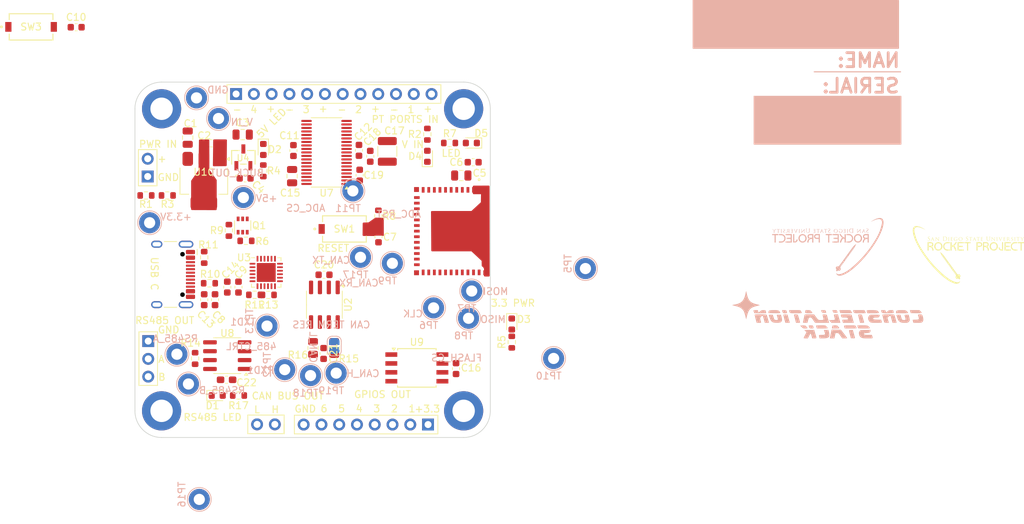
<source format=kicad_pcb>
(kicad_pcb (version 20240108) (generator "pcbnew") (generator_version "8.0")
  (layers (0 "F.Cu" signal) (1 "In1.Cu" power) (2 "In2.Cu" power) (31 "B.Cu" signal) (34 "B.Paste" user) (35 "F.Paste" user) (36 "B.SilkS" user "B.Silkscreen") (37 "F.SilkS" user "F.Silkscreen") (38 "B.Mask" user) (39 "F.Mask" user) (44 "Edge.Cuts" user))
  (net 0 "")
  (net 1 "GND")
  (net 2 "+3.3V")
  (net 3 "RESET")
  (net 4 "VBUS")
  (net 5 "/3.45V")
  (net 6 "+5V")
  (net 7 "V IN")
  (net 8 "Net-(U7-REFCAP)")
  (net 9 "Net-(U7-REFIO)")
  (net 10 "Net-(D1-A)")
  (net 11 "Net-(D2-A)")
  (net 12 "Net-(D3-A)")
  (net 13 "Net-(D4-A)")
  (net 14 "Net-(J2-CC1)")
  (net 15 "D+")
  (net 16 "D-")
  (net 18 "Net-(J2-CC2)")
  (net 20 "B")
  (net 21 "A")
  (net 22 "AN_IN_0")
  (net 23 "AN_IN_1")
  (net 24 "AN_IN_2")
  (net 25 "AN_IN_3")
  (net 26 "GPIO_0")
  (net 27 "CAN_H")
  (net 28 "CAN_L")
  (net 29 "DTR")
  (net 30 "Net-(Q1A-B1)")
  (net 31 "RTS")
  (net 32 "Net-(Q1B-B2)")
  (net 33 "Net-(U3-VBUS)")
  (net 34 "Net-(SW2-B)")
  (net 35 "485_CONTROL")
  (net 36 "V_BATT")
  (net 37 "LED_OUT")
  (net 38 "CLK")
  (net 39 "MOSI")
  (net 40 "MISO")
  (net 41 "ADC_CS")
  (net 42 "FLASH_CS")
  (net 43 "ADC_RST")
  (net 44 "RXD1")
  (net 45 "TXD1")
  (net 46 "CAN_TX")
  (net 47 "CAN_RX")
  (net 54 "RXD0")
  (net 55 "TXD0")
  (net 80 "GPIO_OUT_0")
  (net 81 "GPIO_OUT_1")
  (net 82 "GPIO_OUT_2")
  (net 83 "GPIO_OUT_3")
  (net 84 "GPIO_OUT_4")
  (net 85 "GPIO_OUT_5")
  (net 88 "Net-(C21-Pad2)")
  (net 89 "Net-(D5-A)")
  (footprint "Resistor_SMD:R_0603_1608Metric" (layer "F.Cu") (at 79.27 62.56125 90)
    (property "Reference" "R5" (at 0 -1.43 90) (layer "F.SilkS"))
    (property "Value" "65")
    (pad "1" smd roundrect (at -0.825 0 90) (size 0.8 0.95) (layers "F.Cu" "F.Paste" "F.Mask") (net 2 "+3.3V"))
    (pad "2" smd roundrect (at 0.825 0 90) (size 0.8 0.95) (layers "F.Cu" "F.Paste" "F.Mask") (net 12 "Net-(D3-A)"))
  )
  (footprint "Capacitor_SMD:C_0603_1608Metric" (layer "F.Cu") (at 38.6 54.7 -90)
    (property "Reference" "C14" (at -2.45 -0.45 -135) (layer "F.SilkS"))
    (property "Value" "0.1uf")
    (pad "1" smd roundrect (at -0.775 0 270) (size 0.9 0.95) (layers "F.Cu" "F.Paste" "F.Mask") (net 5 "/3.45V"))
    (pad "2" smd roundrect (at 0.775 0 270) (size 0.9 0.95) (layers "F.Cu" "F.Paste" "F.Mask") (net 1 "GND"))
  )
  (footprint "Resistor_SMD:R_0603_1608Metric" (layer "F.Cu") (at 41.27 48.09 180)
    (property "Reference" "R6" (at -2.33 -0.06 360) (layer "F.SilkS"))
    (property "Value" "10k")
    (pad "1" smd roundrect (at -0.825 0 180) (size 0.8 0.95) (layers "F.Cu" "F.Paste" "F.Mask") (net 31 "RTS"))
    (pad "2" smd roundrect (at 0.825 0 180) (size 0.8 0.95) (layers "F.Cu" "F.Paste" "F.Mask") (net 30 "Net-(Q1A-B1)"))
  )
  (footprint "Package_SO:SOIC-8_3.9x4.9mm_P1.27mm" (layer "F.Cu") (at 52.48 57.22 -90)
    (property "Reference" "U2" (at 0 -3.4 -90) (layer "F.SilkS"))
    (property "Value" "TJA1050T_CM_118")
    (pad "1" smd roundrect (at -2.475 -1.905 270) (size 1.95 0.6) (layers "F.Cu" "F.Paste" "F.Mask") (net 46 "CAN_TX"))
    (pad "2" smd roundrect (at -2.475 -0.635 270) (size 1.95 0.6) (layers "F.Cu" "F.Paste" "F.Mask") (net 1 "GND"))
    (pad "3" smd roundrect (at -2.475 0.635 270) (size 1.95 0.6) (layers "F.Cu" "F.Paste" "F.Mask") (net 6 "+5V"))
    (pad "4" smd roundrect (at -2.475 1.905 270) (size 1.95 0.6) (layers "F.Cu" "F.Paste" "F.Mask") (net 47 "CAN_RX"))
    (pad "5" smd roundrect (at 2.475 1.905 270) (size 1.95 0.6) (layers "F.Cu" "F.Paste" "F.Mask") (net 6 "+5V"))
    (pad "6" smd roundrect (at 2.475 0.635 270) (size 1.95 0.6) (layers "F.Cu" "F.Paste" "F.Mask") (net 28 "CAN_L"))
    (pad "7" smd roundrect (at 2.475 -0.635 270) (size 1.95 0.6) (layers "F.Cu" "F.Paste" "F.Mask") (net 27 "CAN_H"))
    (pad "8" smd roundrect (at 2.475 -1.905 270) (size 1.95 0.6) (layers "F.Cu" "F.Paste" "F.Mask") (net 1 "GND"))
  )
  (footprint "Capacitor_SMD:C_1210_3225Metric" (layer "F.Cu") (at 61.475 35.3 -90)
    (property "Reference" "C17" (at -2.95 -1.025 0) (layer "F.SilkS"))
    (property "Value" "22uF")
    (pad "1" smd roundrect (at -1.475 0 270) (size 1.15 2.7) (layers "F.Cu" "F.Paste" "F.Mask") (roundrect_rratio 0.2173913043) (net 1 "GND"))
    (pad "2" smd roundrect (at 1.475 0 270) (size 1.15 2.7) (layers "F.Cu" "F.Paste" "F.Mask") (roundrect_rratio 0.2173913043) (net 8 "Net-(U7-REFCAP)"))
  )
  (footprint "Capacitor_SMD:C_0603_1608Metric" (layer "F.Cu") (at 36.85 56.5 -90)
    (property "Reference" "C8" (at 2.5 -0.5 135) (layer "F.SilkS"))
    (property "Value" "4.7uf")
    (pad "1" smd roundrect (at -0.775 0 270) (size 0.9 0.95) (layers "F.Cu" "F.Paste" "F.Mask") (net 4 "VBUS"))
    (pad "2" smd roundrect (at 0.775 0 270) (size 0.9 0.95) (layers "F.Cu" "F.Paste" "F.Mask") (net 1 "GND"))
  )
  (footprint "Resistor_SMD:R_0603_1608Metric" (layer "F.Cu") (at 38.83 46.59 90)
    (property "Reference" "R9" (at -0.01 -1.73 180) (layer "F.SilkS"))
    (property "Value" "10k")
    (pad "1" smd roundrect (at -0.825 0 90) (size 0.8 0.95) (layers "F.Cu" "F.Paste" "F.Mask") (net 29 "DTR"))
    (pad "2" smd roundrect (at 0.825 0 90) (size 0.8 0.95) (layers "F.Cu" "F.Paste" "F.Mask") (net 32 "Net-(Q1B-B2)"))
  )
  (footprint "Resistor_SMD:R_0805_2012Metric" (layer "F.Cu") (at 53.88 63.405 -90)
    (property "Reference" "R15" (at 1.535 -2.09 180) (layer "F.SilkS"))
    (property "Value" "60")
    (pad "1" smd roundrect (at -0.9125 0 270) (size 1.025 1.4) (layers "F.Cu" "F.Paste" "F.Mask") (roundrect_rratio 0.243902439) (net 34 "Net-(SW2-B)"))
    (pad "2" smd roundrect (at 0.9125 0 270) (size 1.025 1.4) (layers "F.Cu" "F.Paste" "F.Mask") (roundrect_rratio 0.243902439) (net 88 "Net-(C21-Pad2)"))
  )
  (footprint "Resistor_SMD:R_0603_1608Metric" (layer "F.Cu") (at 67.2 32.85 -90)
    (property "Reference" "R2" (at 0 1.8 0) (layer "F.SilkS"))
    (property "Value" "530")
    (pad "1" smd roundrect (at -0.825 0 270) (size 0.8 0.95) (layers "F.Cu" "F.Paste" "F.Mask") (net 7 "V IN"))
    (pad "2" smd roundrect (at 0.825 0 270) (size 0.8 0.95) (layers "F.Cu" "F.Paste" "F.Mask") (net 13 "Net-(D4-A)"))
  )
  (footprint "Package_SO:TSSOP-38_4.4x9.7mm_P0.5mm" (layer "F.Cu") (at 52.7875 35.45 180)
    (property "Reference" "U7" (at 0 -5.8 180) (layer "F.SilkS"))
    (property "Value" "ADS8684")
    (pad "1" smd roundrect (at -2.8625 -4.5 180) (size 1.475 0.3) (layers "F.Cu" "F.Paste" "F.Mask") (net 39 "MOSI"))
    (pad "2" smd roundrect (at -2.8625 -4 180) (size 1.475 0.3) (layers "F.Cu" "F.Paste" "F.Mask") (net 43 "ADC_RST"))
    (pad "3" smd roundrect (at -2.8625 -3.5 180) (size 1.475 0.3) (layers "F.Cu" "F.Paste" "F.Mask") (net 1 "GND"))
    (pad "4" smd roundrect (at -2.8625 -3 180) (size 1.475 0.3) (layers "F.Cu" "F.Paste" "F.Mask") (net 1 "GND"))
    (pad "5" smd roundrect (at -2.8625 -2.5 180) (size 1.475 0.3) (layers "F.Cu" "F.Paste" "F.Mask") (net 9 "Net-(U7-REFIO)"))
    (pad "6" smd roundrect (at -2.8625 -2 180) (size 1.475 0.3) (layers "F.Cu" "F.Paste" "F.Mask") (net 1 "GND"))
    (pad "7" smd roundrect (at -2.8625 -1.5 180) (size 1.475 0.3) (layers "F.Cu" "F.Paste" "F.Mask") (net 8 "Net-(U7-REFCAP)"))
    (pad "8" smd roundrect (at -2.8625 -1 180) (size 1.475 0.3) (layers "F.Cu" "F.Paste" "F.Mask") (net 1 "GND"))
    (pad "9" smd roundrect (at -2.8625 -0.5 180) (size 1.475 0.3) (layers "F.Cu" "F.Paste" "F.Mask") (net 6 "+5V"))
    (pad "10" smd roundrect (at -2.8625 0 180) (size 1.475 0.3) (layers "F.Cu" "F.Paste" "F.Mask"))
    (pad "11" smd roundrect (at -2.8625 0.5 180) (size 1.475 0.3) (layers "F.Cu" "F.Paste" "F.Mask") (net 1 "GND"))
    (pad "12" smd roundrect (at -2.8625 1 180) (size 1.475 0.3) (layers "F.Cu" "F.Paste" "F.Mask"))
    (pad "13" smd roundrect (at -2.8625 1.5 180) (size 1.475 0.3) (layers "F.Cu" "F.Paste" "F.Mask"))
    (pad "14" smd roundrect (at -2.8625 2 180) (size 1.475 0.3) (layers "F.Cu" "F.Paste" "F.Mask"))
    (pad "15" smd roundrect (at -2.8625 2.5 180) (size 1.475 0.3) (layers "F.Cu" "F.Paste" "F.Mask"))
    (pad "16" smd roundrect (at -2.8625 3 180) (size 1.475 0.3) (layers "F.Cu" "F.Paste" "F.Mask") (net 22 "AN_IN_0"))
    (pad "17" smd roundrect (at -2.8625 3.5 180) (size 1.475 0.3) (layers "F.Cu" "F.Paste" "F.Mask") (net 1 "GND"))
    (pad "18" smd roundrect (at -2.8625 4 180) (size 1.475 0.3) (layers "F.Cu" "F.Paste" "F.Mask") (net 23 "AN_IN_1"))
    (pad "19" smd roundrect (at -2.8625 4.5 180) (size 1.475 0.3) (layers "F.Cu" "F.Paste" "F.Mask") (net 1 "GND"))
    (pad "20" smd roundrect (at 2.8625 4.5 180) (size 1.475 0.3) (layers "F.Cu" "F.Paste" "F.Mask") (net 1 "GND"))
    (pad "21" smd roundrect (at 2.8625 4 180) (size 1.475 0.3) (layers "F.Cu" "F.Paste" "F.Mask") (net 24 "AN_IN_2"))
    (pad "22" smd roundrect (at 2.8625 3.5 180) (size 1.475 0.3) (layers "F.Cu" "F.Paste" "F.Mask") (net 1 "GND"))
    (pad "23" smd roundrect (at 2.8625 3 180) (size 1.475 0.3) (layers "F.Cu" "F.Paste" "F.Mask") (net 25 "AN_IN_3"))
    (pad "24" smd roundrect (at 2.8625 2.5 180) (size 1.475 0.3) (layers "F.Cu" "F.Paste" "F.Mask"))
    (pad "25" smd roundrect (at 2.8625 2 180) (size 1.475 0.3) (layers "F.Cu" "F.Paste" "F.Mask"))
    (pad "26" smd roundrect (at 2.8625 1.5 180) (size 1.475 0.3) (layers "F.Cu" "F.Paste" "F.Mask"))
    (pad "27" smd roundrect (at 2.8625 1 180) (size 1.475 0.3) (layers "F.Cu" "F.Paste" "F.Mask"))
    (pad "28" smd roundrect (at 2.8625 0.5 180) (size 1.475 0.3) (layers "F.Cu" "F.Paste" "F.Mask") (net 1 "GND"))
    (pad "29" smd roundrect (at 2.8625 0 180) (size 1.475 0.3) (layers "F.Cu" "F.Paste" "F.Mask") (net 1 "GND"))
    (pad "30" smd roundrect (at 2.8625 -0.5 180) (size 1.475 0.3) (layers "F.Cu" "F.Paste" "F.Mask") (net 6 "+5V"))
    (pad "31" smd roundrect (at 2.8625 -1 180) (size 1.475 0.3) (layers "F.Cu" "F.Paste" "F.Mask") (net 1 "GND"))
    (pad "32" smd roundrect (at 2.8625 -1.5 180) (size 1.475 0.3) (layers "F.Cu" "F.Paste" "F.Mask") (net 1 "GND"))
    (pad "33" smd roundrect (at 2.8625 -2 180) (size 1.475 0.3) (layers "F.Cu" "F.Paste" "F.Mask") (net 1 "GND"))
    (pad "34" smd roundrect (at 2.8625 -2.5 180) (size 1.475 0.3) (layers "F.Cu" "F.Paste" "F.Mask") (net 2 "+3.3V"))
    (pad "35" smd roundrect (at 2.8625 -3 180) (size 1.475 0.3) (layers "F.Cu" "F.Paste" "F.Mask"))
    (pad "36" smd roundrect (at 2.8625 -3.5 180) (size 1.475 0.3) (layers "F.Cu" "F.Paste" "F.Mask") (net 40 "MISO"))
    (pad "37" smd roundrect (at 2.8625 -4 180) (size 1.475 0.3) (layers "F.Cu" "F.Paste" "F.Mask") (net 38 "CLK"))
    (pad "38" smd roundrect (at 2.8625 -4.5 180) (size 1.475 0.3) (layers "F.Cu" "F.Paste" "F.Mask") (net 41 "ADC_CS"))
  )
  (footprint "LED_SMD:LED_0603_1608Metric" (layer "F.Cu") (at 67.2 36 90)
    (property "Reference" "D4" (at 0 -1.75 180) (layer "F.SilkS"))
    (property "Value" "RED")
    (pad "1" smd roundrect (at -0.7875 0 90) (size 0.875 0.95) (layers "F.Cu" "F.Paste" "F.Mask") (net 1 "GND"))
    (pad "2" smd roundrect (at 0.7875 0 90) (size 0.875 0.95) (layers "F.Cu" "F.Paste" "F.Mask") (net 13 "Net-(D4-A)"))
  )
  (footprint "Capacitor_SMD:C_0603_1608Metric" (layer "F.Cu") (at 59.0375 36 -90)
    (property "Reference" "C18" (at -2.75 -0.2875 -135) (layer "F.SilkS"))
    (property "Value" "1uF")
    (pad "1" smd roundrect (at -0.775 0 270) (size 0.9 0.95) (layers "F.Cu" "F.Paste" "F.Mask") (net 1 "GND"))
    (pad "2" smd roundrect (at 0.775 0 270) (size 0.9 0.95) (layers "F.Cu" "F.Paste" "F.Mask") (net 8 "Net-(U7-REFCAP)"))
  )
  (footprint "Resistor_SMD:R_0603_1608Metric" (layer "F.Cu") (at 34 64.9 90)
    (property "Reference" "R14" (at 2.2 -0.65 0) (layer "F.SilkS"))
    (property "Value" "120")
    (pad "1" smd roundrect (at -0.825 0 90) (size 0.8 0.95) (layers "F.Cu" "F.Paste" "F.Mask") (net 20 "B"))
    (pad "2" smd roundrect (at 0.825 0 90) (size 0.8 0.95) (layers "F.Cu" "F.Paste" "F.Mask") (net 21 "A"))
  )
  (footprint "Resistor_SMD:R_0603_1608Metric" (layer "F.Cu") (at 42.510001 55.8075 180)
    (property "Reference" "R12" (at 0 -1.43 180) (layer "F.SilkS"))
    (property "Value" "22.1k")
    (pad "1" smd roundrect (at -0.825 0 180) (size 0.8 0.95) (layers "F.Cu" "F.Paste" "F.Mask") (net 33 "Net-(U3-VBUS)"))
    (pad "2" smd roundrect (at 0.825 0 180) (size 0.8 0.95) (layers "F.Cu" "F.Paste" "F.Mask") (net 4 "VBUS"))
  )
  (footprint "Package_DFN_QFN:QFN-24-1EP_4x4mm_P0.5mm_EP2.7x2.7mm" (layer "F.Cu") (at 44.17 52.61)
    (property "Reference" "U3" (at -3.18 -2.12 0) (layer "F.SilkS"))
    (property "Value" "CP2102N-Axx-xQFN24")
    (pad "1" smd roundrect (at -1.9625 -1.25) (size 0.825 0.25) (layers "F.Cu" "F.Paste" "F.Mask"))
    (pad "2" smd roundrect (at -1.9625 -0.75) (size 0.825 0.25) (layers "F.Cu" "F.Paste" "F.Mask") (net 1 "GND"))
    (pad "3" smd roundrect (at -1.9625 -0.25) (size 0.825 0.25) (layers "F.Cu" "F.Paste" "F.Mask") (net 15 "D+"))
    (pad "4" smd roundrect (at -1.9625 0.25) (size 0.825 0.25) (layers "F.Cu" "F.Paste" "F.Mask") (net 16 "D-"))
    (pad "5" smd roundrect (at -1.9625 0.75) (size 0.825 0.25) (layers "F.Cu" "F.Paste" "F.Mask") (net 5 "/3.45V"))
    (pad "6" smd roundrect (at -1.9625 1.25) (size 0.825 0.25) (layers "F.Cu" "F.Paste" "F.Mask") (net 5 "/3.45V"))
    (pad "7" smd roundrect (at -1.25 1.9625) (size 0.25 0.825) (layers "F.Cu" "F.Paste" "F.Mask") (net 4 "VBUS"))
    (pad "8" smd roundrect (at -0.75 1.9625) (size 0.25 0.825) (layers "F.Cu" "F.Paste" "F.Mask") (net 33 "Net-(U3-VBUS)"))
    (pad "9" smd roundrect (at -0.25 1.9625) (size 0.25 0.825) (layers "F.Cu" "F.Paste" "F.Mask"))
    (pad "10" smd roundrect (at 0.25 1.9625) (size 0.25 0.825) (layers "F.Cu" "F.Paste" "F.Mask"))
    (pad "11" smd roundrect (at 0.75 1.9625) (size 0.25 0.825) (layers "F.Cu" "F.Paste" "F.Mask"))
    (pad "12" smd roundrect (at 1.25 1.9625) (size 0.25 0.825) (layers "F.Cu" "F.Paste" "F.Mask"))
    (pad "13" smd roundrect (at 1.9625 1.25) (size 0.825 0.25) (layers "F.Cu" "F.Paste" "F.Mask"))
    (pad "14" smd roundrect (at 1.9625 0.75) (size 0.825 0.25) (layers "F.Cu" "F.Paste" "F.Mask"))
    (pad "15" smd roundrect (at 1.9625 0.25) (size 0.825 0.25) (layers "F.Cu" "F.Paste" "F.Mask"))
    (pad "16" smd roundrect (at 1.9625 -0.25) (size 0.825 0.25) (layers "F.Cu" "F.Paste" "F.Mask"))
    (pad "17" smd roundrect (at 1.9625 -0.75) (size 0.825 0.25) (layers "F.Cu" "F.Paste" "F.Mask"))
    (pad "18" smd roundrect (at 1.9625 -1.25) (size 0.825 0.25) (layers "F.Cu" "F.Paste" "F.Mask"))
    (pad "19" smd roundrect (at 1.25 -1.9625) (size 0.25 0.825) (layers "F.Cu" "F.Paste" "F.Mask") (net 31 "RTS"))
    (pad "20" smd roundrect (at 0.75 -1.9625) (size 0.25 0.825) (layers "F.Cu" "F.Paste" "F.Mask") (net 54 "RXD0"))
    (pad "21" smd roundrect (at 0.25 -1.9625) (size 0.25 0.825) (layers "F.Cu" "F.Paste" "F.Mask") (net 55 "TXD0"))
    (pad "22" smd roundrect (at -0.25 -1.9625) (size 0.25 0.825) (layers "F.Cu" "F.Paste" "F.Mask"))
    (pad "23" smd roundrect (at -0.75 -1.9625) (size 0.25 0.825) (layers "F.Cu" "F.Paste" "F.Mask") (net 29 "DTR"))
    (pad "24" smd roundrect (at -1.25 -1.9625) (size 0.25 0.825) (layers "F.Cu" "F.Paste" "F.Mask"))
    (pad "25" smd rect (at 0 0) (size 2.7 2.7) (layers "F.Cu" "F.Mask") (net 1 "GND"))
  )
  (footprint "Capacitor_SMD:C_0603_1608Metric" (layer "F.Cu") (at 60.215001 47.520318 -90)
    (property "Reference" "C7" (at 0.02 -1.630449 0) (layer "F.SilkS"))
    (property "Value" "1uF")
    (pad "1" smd roundrect (at -0.775 0 270) (size 0.9 0.95) (layers "F.Cu" "F.Paste" "F.Mask") (net 3 "RESET"))
    (pad "2" smd roundrect (at 0.775 0 270) (size 0.9 0.95) (layers "F.Cu" "F.Paste" "F.Mask") (net 1 "GND"))
  )
  (footprint "Resistor_SMD:R_0603_1608Metric" (layer "F.Cu") (at 60.2 44.55 -90)
    (property "Reference" "R8" (at 0 -1.55 0) (layer "F.SilkS"))
    (property "Value" "10k")
    (pad "1" smd roundrect (at -0.825 0 270) (size 0.8 0.95) (layers "F.Cu" "F.Paste" "F.Mask") (net 2 "+3.3V"))
    (pad "2" smd roundrect (at 0.825 0 270) (size 0.8 0.95) (layers "F.Cu" "F.Paste" "F.Mask") (net 3 "RESET"))
  )
  (footprint "Connector_PinSocket_2.54mm:PinSocket_1x02_P2.54mm_Vertical" (layer "F.Cu") (at 27.225 36.35)
    (property "Reference" "J1" (hide yes))
    (property "Value" "PWR_IN")
    (pad "1" thru_hole circle (at 0 0) (size 1.7 1.7) (drill 1) (layers "*.Cu" "*.Mask") (net 7 "V IN"))
    (pad "2" thru_hole rect (at 0 2.54) (size 1.7 1.7) (drill 1) (layers "*.Cu" "*.Mask") (net 1 "GND"))
  )
  (footprint "Capacitor_SMD:C_0603_1608Metric" (layer "F.Cu") (at 41.15 39.15 180)
    (property "Reference" "C4" (at -1.9 -1.25 -45) (layer "F.SilkS"))
    (property "Value" "2.2uF")
    (pad "1" smd roundrect (at -0.775 0 180) (size 0.9 0.95) (layers "F.Cu" "F.Paste" "F.Mask") (net 6 "+5V"))
    (pad "2" smd roundrect (at 0.775 0 180) (size 0.9 0.95) (layers "F.Cu" "F.Paste" "F.Mask") (net 1 "GND"))
  )
  (footprint "MountingHole:MountingHole_3.2mm_M3_DIN965_Pad" (layer "F.Cu") (at 29.21 29.21 90)
    (property "Reference" "H1" (hide yes))
    (property "Value" "MountingHole_Pad")
    (pad "1" thru_hole circle (at 0 0 90) (size 5.6 5.6) (drill 3.2) (layers "*.Cu" "*.Mask") (net 1 "GND"))
  )
  (footprint "Resistor_SMD:R_0805_2012Metric" (layer "F.Cu") (at 50.86 63.4075 90)
    (property "Reference" "R16" (at -0.9925 -2.17 0) (layer "F.SilkS"))
    (property "Value" "60")
    (pad "1" smd roundrect (at -0.9125 0 90) (size 1.025 1.4) (layers "F.Cu" "F.Paste" "F.Mask") (roundrect_rratio 0.243902439) (net 88 "Net-(C21-Pad2)"))
    (pad "2" smd roundrect (at 0.9125 0 90) (size 1.025 1.4) (layers "F.Cu" "F.Paste" "F.Mask") (roundrect_rratio 0.243902439) (net 28 "CAN_L"))
  )
  (footprint "Package_TO_SOT_SMD:SOT-223-3_TabPin2" (layer "F.Cu") (at 35.25 39.52 -90)
    (property "Reference" "U10" (at -1.27 0 180) (layer "F.SilkS"))
    (property "Value" "AZ1117-3.3")
    (pad "1" smd roundrect (at -3.15 -2.3 270) (size 2 1.5) (layers "F.Cu" "F.Paste" "F.Mask") (net 1 "GND"))
    (pad "2" smd roundrect (at -3.15 0 270) (size 2 1.5) (layers "F.Cu" "F.Paste" "F.Mask") (net 2 "+3.3V"))
    (pad "2" smd roundrect (at 3.15 0 270) (size 2 3.8) (layers "F.Cu" "F.Paste" "F.Mask") (net 2 "+3.3V"))
    (pad "3" smd roundrect (at -3.15 2.3 270) (size 2 1.5) (layers "F.Cu" "F.Paste" "F.Mask") (net 7 "V IN"))
  )
  (footprint "Resistor_SMD:R_0603_1608Metric" (layer "F.Cu") (at 26.975 41.6)
    (property "Reference" "R1" (at 0 1.25 0) (layer "F.SilkS"))
    (property "Value" "100k")
    (pad "1" smd roundrect (at -0.825 0) (size 0.8 0.95) (layers "F.Cu" "F.Paste" "F.Mask") (net 7 "V IN"))
    (pad "2" smd roundrect (at 0.825 0) (size 0.8 0.95) (layers "F.Cu" "F.Paste" "F.Mask") (net 36 "V_BATT"))
  )
  (footprint "Resistor_SMD:R_0603_1608Metric" (layer "F.Cu") (at 40.202499 70.2 180)
    (property "Reference" "R17" (at 0 -1.43 180) (layer "F.SilkS"))
    (property "Value" "5")
    (pad "1" smd roundrect (at -0.825 0 180) (size 0.8 0.95) (layers "F.Cu" "F.Paste" "F.Mask") (net 35 "485_CONTROL"))
    (pad "2" smd roundrect (at 0.825 0 180) (size 0.8 0.95) (layers "F.Cu" "F.Paste" "F.Mask") (net 10 "Net-(D1-A)"))
  )
  (footprint "LED_SMD:LED_0603_1608Metric" (layer "F.Cu") (at 43.75 35.025 -90)
    (property "Reference" "D2" (at 0 -1.65 180) (layer "F.SilkS"))
    (property "Value" "RED")
    (pad "1" smd roundrect (at -0.7875 0 270) (size 0.875 0.95) (layers "F.Cu" "F.Paste" "F.Mask") (net 1 "GND"))
    (pad "2" smd roundrect (at 0.7875 0 270) (size 0.875 0.95) (layers "F.Cu" "F.Paste" "F.Mask") (net 11 "Net-(D2-A)"))
  )
  (footprint "Capacitor_SMD:C_0603_1608Metric" (layer "F.Cu") (at 57.425 35.15 -90)
    (property "Reference" "C12" (at -2.65 -0.6 45) (layer "F.SilkS"))
    (property "Value" "1uF")
    (pad "1" smd roundrect (at -0.775 0 270) (size 0.9 0.95) (layers "F.Cu" "F.Paste" "F.Mask") (net 1 "GND"))
    (pad "2" smd roundrect (at 0.775 0 270) (size 0.9 0.95) (layers "F.Cu" "F.Paste" "F.Mask") (net 6 "+5V"))
  )
  (footprint "LED_SMD:LED_0603_1608Metric" (layer "F.Cu") (at 79.27 59.981251 -90)
    (property "Reference" "D3" (at -0.68 -1.73 180) (layer "F.SilkS"))
    (property "Value" "RED")
    (pad "1" smd roundrect (at -0.7875 0 270) (size 0.875 0.95) (layers "F.Cu" "F.Paste" "F.Mask") (net 1 "GND"))
    (pad "2" smd roundrect (at 0.7875 0 270) (size 0.875 0.95) (layers "F.Cu" "F.Paste" "F.Mask") (net 12 "Net-(D3-A)"))
  )
  (footprint "MountingHole:MountingHole_3.2mm_M3_DIN965_Pad" (layer "F.Cu") (at 29.21 72.39)
    (property "Reference" "H3" (hide yes))
    (property "Value" "MountingHole_Pad")
    (pad "1" thru_hole circle (at 0 0) (size 5.6 5.6) (drill 3.2) (layers "*.Cu" "*.Mask") (net 1 "GND"))
  )
  (footprint "Resistor_SMD:R_0603_1608Metric" (layer "F.Cu") (at 44.46 55.8175 180)
    (property "Reference" "R13" (at 0 -1.43 180) (layer "F.SilkS"))
    (property "Value" "47.5k")
    (pad "1" smd roundrect (at -0.825 0 180) (size 0.8 0.95) (layers "F.Cu" "F.Paste" "F.Mask") (net 1 "GND"))
    (pad "2" smd roundrect (at 0.825 0 180) (size 0.8 0.95) (layers "F.Cu" "F.Paste" "F.Mask") (net 33 "Net-(U3-VBUS)"))
  )
  (footprint "Connector_USB:USB_C_Receptacle_HCTL_HC-TYPE-C-16P-01A" (layer "F.Cu") (at 29.595 52.89 -90)
    (property "Reference" "J2" (hide yes))
    (property "Value" "USB_C_Receptacle_USB2.0")
    (pad "" np_thru_hole circle (at -2.89 -2.605 270) (size 0.65 0.65) (drill 0.65) (layers "*.Mask"))
    (pad "" np_thru_hole circle (at 2.89 -2.605 270) (size 0.65 0.65) (drill 0.65) (layers "*.Mask"))
    (pad "A1" smd roundrect (at -3.2 -3.745 270) (size 0.6 1.3) (layers "F.Cu" "F.Paste" "F.Mask") (net 1 "GND"))
    (pad "A4" smd roundrect (at -2.4 -3.745 270) (size 0.6 1.3) (layers "F.Cu" "F.Paste" "F.Mask") (net 4 "VBUS"))
    (pad "A5" smd roundrect (at -1.25 -3.745 270) (size 0.3 1.3) (layers "F.Cu" "F.Paste" "F.Mask") (net 14 "Net-(J2-CC1)"))
    (pad "A6" smd roundrect (at -0.25 -3.745 270) (size 0.3 1.3) (layers "F.Cu" "F.Paste" "F.Mask") (net 15 "D+"))
    (pad "A7" smd roundrect (at 0.25 -3.745 270) (size 0.3 1.3) (layers "F.Cu" "F.Paste" "F.Mask") (net 16 "D-"))
    (pad "A8" smd roundrect (at 1.25 -3.745 270) (size 0.3 1.3) (layers "F.Cu" "F.Paste" "F.Mask"))
    (pad "A9" smd roundrect (at 2.4 -3.745 270) (size 0.6 1.3) (layers "F.Cu" "F.Paste" "F.Mask") (net 4 "VBUS"))
    (pad "A12" smd roundrect (at 3.2 -3.745 270) (size 0.6 1.3) (layers "F.Cu" "F.Paste" "F.Mask") (net 1 "GND"))
    (pad "B1" smd roundrect (at 3.2 -3.745 270) (size 0.6 1.3) (layers "F.Cu" "F.Paste" "F.Mask") (net 1 "GND"))
    (pad "B4" smd roundrect (at 2.4 -3.745 270) (size 0.6 1.3) (layers "F.Cu" "F.Paste" "F.Mask") (net 4 "VBUS"))
    (pad "B5" smd roundrect (at 1.75 -3.745 270) (size 0.3 1.3) (layers "F.Cu" "F.Paste" "F.Mask") (net 18 "Net-(J2-CC2)"))
    (pad "B6" smd roundrect (at 0.75 -3.745 270) (size 0.3 1.3) (layers "F.Cu" "F.Paste" "F.Mask"))
    (pad "B7" smd roundrect (at -0.75 -3.745 270) (size 0.3 1.3) (layers "F.Cu" "F.Paste" "F.Mask"))
    (pad "B8" smd roundrect (at -1.75 -3.745 270) (size 0.3 1.3) (layers "F.Cu" "F.Paste" "F.Mask"))
    (pad "B9" smd roundrect (at -2.4 -3.745 270) (size 0.6 1.3) (layers "F.Cu" "F.Paste" "F.Mask") (net 4 "VBUS"))
    (pad "B12" smd roundrect (at -3.2 -3.745 270) (size 0.6 1.3) (layers "F.Cu" "F.Paste" "F.Mask") (net 1 "GND"))
    (pad "S1" thru_hole oval (at -4.32 -3.105 270) (size 1 2.1) (drill oval 0.6 1.7) (layers "*.Cu" "*.Mask") (net 1 "GND"))
    (pad "S1" thru_hole oval (at -4.32 1.075 270) (size 1 1.6) (drill oval 0.6 1.2) (layers "*.Cu" "*.Mask") (net 1 "GND"))
    (pad "S1" thru_hole oval (at 4.32 -3.105 270) (size 1 2.1) (drill oval 0.6 1.7) (layers "*.Cu" "*.Mask") (net 1 "GND"))
    (pad "S1" thru_hole oval (at 4.32 1.075 270) (size 1 1.6) (drill oval 0.6 1.2) (layers "*.Cu" "*.Mask") (net 1 "GND"))
  )
  (footprint "Capacitor_SMD:C_0603_1608Metric_Pad1.08x0.95mm_HandSolder" (layer "F.Cu") (at 38.5 67.95)
    (property "Reference" "C22" (at 2.85 0.4 360) (layer "F.SilkS"))
    (property "Value" "0.1uF")
    (pad "1" smd roundrect (at -0.862501 0) (size 1.075 0.95) (layers "F.Cu" "F.Paste" "F.Mask") (net 6 "+5V"))
    (pad "2" smd roundrect (at 0.862501 0) (size 1.075 0.95) (layers "F.Cu" "F.Paste" "F.Mask") (net 1 "GND"))
  )
  (footprint "MountingHole:MountingHole_3.2mm_M3_DIN965_Pad" (layer "F.Cu") (at 72.39 29.21)
    (property "Reference" "H2" (hide yes))
    (property "Value" "MountingHole_Pad")
    (pad "1" thru_hole circle (at 0 0) (size 5.6 5.6) (drill 3.2) (layers "*.Cu" "*.Mask") (net 1 "GND"))
  )
  (footprint "Capacitor_SMD:C_0603_1608Metric" (layer "F.Cu") (at 17 17.55)
    (property "Reference" "C10" (at 0 -1.43 0) (layer "F.SilkS"))
    (property "Value" "1uF")
    (pad "1" smd roundrect (at -0.775 0) (size 0.9 0.95) (layers "F.Cu" "F.Paste" "F.Mask") (net 26 "GPIO_0"))
    (pad "2" smd roundrect (at 0.775 0) (size 0.9 0.95) (layers "F.Cu" "F.Paste" "F.Mask") (net 1 "GND"))
  )
  (footprint "Package_SO:SOIC-8W_5.3x5.3mm_P1.27mm" (layer "F.Cu") (at 65.7 66.25)
    (property "Reference" "U9" (at 0 -3.68 0) (layer "F.SilkS"))
    (property "Value" "W25Q16JVSSIQ")
    (pad "1" smd rect (at -3.65 -1.905) (size 1.7 0.65) (layers "F.Cu" "F.Paste" "F.Mask") (net 42 "FLASH_CS"))
    (pad "2" smd rect (at -3.65 -0.635) (size 1.7 0.65) (layers "F.Cu" "F.Paste" "F.Mask") (net 40 "MISO"))
    (pad "3" smd rect (at -3.65 0.635) (size 1.7 0.65) (layers "F.Cu" "F.Paste" "F.Mask") (net 2 "+3.3V"))
    (pad "4" smd rect (at -3.65 1.905) (size 1.7 0.65) (layers "F.Cu" "F.Paste" "F.Mask") (net 1 "GND"))
    (pad "5" smd rect (at 3.65 1.905) (size 1.7 0.65) (layers "F.Cu" "F.Paste" "F.Mask") (net 39 "MOSI"))
    (pad "6" smd rect (at 3.65 0.635) (size 1.7 0.65) (layers "F.Cu" "F.Paste" "F.Mask") (net 38 "CLK"))
    (pad "7" smd rect (at 3.65 -0.635) (size 1.7 0.65) (layers "F.Cu" "F.Paste" "F.Mask") (net 2 "+3.3V"))
    (pad "8" smd rect (at 3.65 -1.905) (size 1.7 0.65) (layers "F.Cu" "F.Paste" "F.Mask") (net 2 "+3.3V"))
  )
  (footprint "Connector_PinSocket_2.54mm:PinSocket_1x12_P2.54mm_Vertical" (layer "F.Cu") (at 39.86 27.1 90)
    (property "Reference" "J4" (hide yes))
    (property "Value" "PT_IN")
    (pad "1" thru_hole rect (at 0 0 90) (size 1.7 1.7) (drill 1) (layers "*.Cu" "*.Mask") (net 1 "GND"))
    (pad "2" thru_hole oval (at 0 2.54 90) (size 1.7 1.7) (drill 1) (layers "*.Cu" "*.Mask") (net 25 "AN_IN_3"))
    (pad "3" thru_hole oval (at 0 5.08 90) (size 1.7 1.7) (drill 1) (layers "*.Cu" "*.Mask") (net 7 "V IN"))
    (pad "4" thru_hole oval (at 0 7.62 90) (size 1.7 1.7) (drill 1) (layers "*.Cu" "*.Mask") (net 1 "GND"))
    (pad "5" thru_hole oval (at 0 10.16 90) (size 1.7 1.7) (drill 1) (layers "*.Cu" "*.Mask") (net 24 "AN_IN_2"))
    (pad "6" thru_hole oval (at 0 12.7 90) (size 1.7 1.7) (drill 1) (layers "*.Cu" "*.Mask") (net 7 "V IN"))
    (pad "7" thru_hole oval (at 0 15.24 90) (size 1.7 1.7) (drill 1) (layers "*.Cu" "*.Mask") (net 1 "GND"))
    (pad "8" thru_hole oval (at 0 17.78 90) (size 1.7 1.7) (drill 1) (layers "*.Cu" "*.Mask") (net 23 "AN_IN_1"))
    (pad "9" thru_hole oval (at 0 20.32 90) (size 1.7 1.7) (drill 1) (layers "*.Cu" "*.Mask") (net 7 "V IN"))
    (pad "10" thru_hole oval (at 0 22.86 90) (size 1.7 1.7) (drill 1) (layers "*.Cu" "*.Mask") (net 1 "GND"))
    (pad "11" thru_hole oval (at 0 25.4 90) (size 1.7 1.7) (drill 1) (layers "*.Cu" "*.Mask") (net 22 "AN_IN_0"))
    (pad "12" thru_hole oval (at 0 27.94 90) (size 1.7 1.7) (drill 1) (layers "*.Cu" "*.Mask") (net 7 "V IN"))
  )
  (footprint "Capacitor_SMD:C_0603_1608Metric" (layer "F.Cu") (at 71.3 66.35 -90)
    (property "Reference" "C16" (at -0.1 -2.15 180) (layer "F.SilkS"))
    (property "Value" "0.1uF")
    (pad "1" smd roundrect (at -0.775 0 270) (size 0.9 0.95) (layers "F.Cu" "F.Paste" "F.Mask") (net 2 "+3.3V"))
    (pad "2" smd roundrect (at 0.775 0 270) (size 0.9 0.95) (layers "F.Cu" "F.Paste" "F.Mask") (net 1 "GND"))
  )
  (footprint "Package_TO_SOT_SMD:SOT-363_SC-70-6" (layer "F.Cu") (at 40.8 45.9 90)
    (property "Reference" "Q1" (at 0 2.35 180) (layer "F.SilkS"))
    (property "Value" "MBT2222ADW1T1")
    (pad "1" smd rect (at -0.95 -0.65 90) (size 0.65 0.4) (layers "F.Cu" "F.Paste" "F.Mask") (net 29 "DTR"))
    (pad "2" smd rect (at -0.949999 0 90) (size 0.65 0.4) (layers "F.Cu" "F.Paste" "F.Mask") (net 30 "Net-(Q1A-B1)"))
    (pad "3" smd rect (at -0.95 0.65 90) (size 0.65 0.4) (layers "F.Cu" "F.Paste" "F.Mask") (net 3 "RESET"))
    (pad "4" smd rect (at 0.95 0.65 90) (size 0.65 0.4) (layers "F.Cu" "F.Paste" "F.Mask") (net 31 "RTS"))
    (pad "5" smd rect (at 0.949999 0 90) (size 0.65 0.4) (layers "F.Cu" "F.Paste" "F.Mask") (net 32 "Net-(Q1B-B2)"))
    (pad "6" smd rect (at 0.95 -0.65 90) (size 0.65 0.4) (layers "F.Cu" "F.Paste" "F.Mask") (net 26 "GPIO_0"))
  )
  (footprint "pt36:SW_PTS636_CNK" (layer "F.Cu") (at 55.345 46.390318)
    (property "Reference" "SW1" (at 0 0 0) (layer "F.SilkS"))
    (property "Value" "RESET")
    (pad "1" smd rect (at -3.250001 0) (size 0.889 1.397) (layers "F.Cu" "F.Paste" "F.Mask") (net 1 "GND"))
    (pad "2" smd rect (at 3.250001 0) (size 0.889 1.397) (layers "F.Cu" "F.Paste" "F.Mask") (net 3 "RESET"))
  )
  (footprint "Capacitor_SMD:C_0805_2012Metric" (layer "F.Cu") (at 32.941365 33.336832 90)
    (property "Reference" "C1" (at 2.028168 0.408635 180) (layer "F.SilkS"))
    (property "Value" "10uF")
    (pad "1" smd roundrect (at -0.95 0 90) (size 1 1.45) (layers "F.Cu" "F.Paste" "F.Mask") (net 7 "V IN"))
    (pad "2" smd roundrect (at 0.95 0 90) (size 1 1.45) (layers "F.Cu" "F.Paste" "F.Mask") (net 1 "GND"))
  )
  (footprint "Capacitor_SMD:C_0603_1608Metric" (layer "F.Cu") (at 36.29 34.14)
    (property "Reference" "C2" (at -0.99 -1.09 0) (layer "F.SilkS"))
    (property "Value" "22uF")
    (pad "1" smd roundrect (at -0.775 0) (size 0.9 0.95) (layers "F.Cu" "F.Paste" "F.Mask") (net 2 "+3.3V"))
    (pad "2" smd roundrect (at 0.775 0) (size 0.9 0.95) (layers "F.Cu" "F.Paste" "F.Mask") (net 1 "GND"))
  )
  (footprint "Resistor_SMD:R_0603_1608Metric" (layer "F.Cu") (at 30.025 41.6)
    (property "Reference" "R3" (at 0.025 1.25 0) (layer "F.SilkS"))
    (property "Value" "35.2k")
    (pad "1" smd roundrect (at -0.825 0) (size 0.8 0.95) (layers "F.Cu" "F.Paste" "F.Mask") (net 36 "V_BATT"))
    (pad "2" smd roundrect (at 0.825 0) (size 0.8 0.95) (layers "F.Cu" "F.Paste" "F.Mask") (net 1 "GND"))
  )
  (footprint "Capacitor_SMD:C_0805_2012Metric" (layer "F.Cu") (at 40.8 32.9)
    (property "Reference" "C3" (at 0 -1.68 0) (layer "F.SilkS"))
    (property "Value" "1uF")
    (pad "1" smd roundrect (at -0.95 0) (size 1 1.45) (layers "F.Cu" "F.Paste" "F.Mask") (net 7 "V IN"))
    (pad "2" smd roundrect (at 0.95 0) (size 1 1.45) (layers "F.Cu" "F.Paste" "F.Mask") (net 1 "GND"))
  )
  (footprint "Resistor_SMD:R_0603_1608Metric" (layer "F.Cu") (at 36.05 54.15)
    (property "Reference" "R10" (at 0.1 -1.3 180) (layer "F.SilkS"))
    (property "Value" "5.1k")
    (pad "1" smd roundrect (at -0.825 0) (size 0.8 0.95) (layers "F.Cu" "F.Paste" "F.Mask") (net 18 "Net-(J2-CC2)"))
    (pad "2" smd roundrect (at 0.825 0) (size 0.8 0.95) (layers "F.Cu" "F.Paste" "F.Mask") (net 1 "GND"))
  )
  (footprint "Capacitor_SMD:C_0603_1608Metric" (layer "F.Cu") (at 48.0575 35.18 -90)
    (property "Reference" "C11" (at -2.1425 0.57 0) (layer "F.SilkS"))
    (property "Value" "1uF")
    (pad "1" smd roundrect (at -0.775 0 270) (size 0.9 0.95) (layers "F.Cu" "F.Paste" "F.Mask") (net 1 "GND"))
    (pad "2" smd roundrect (at 0.775 0 270) (size 0.9 0.95) (layers "F.Cu" "F.Paste" "F.Mask") (net 6 "+5V"))
  )
  (footprint "Resistor_SMD:R_0603_1608Metric" (layer "F.Cu") (at 35.3 50.45 90)
    (property "Reference" "R11" (at 1.8 0.6 180) (layer "F.SilkS"))
    (property "Value" "5.1k")
    (pad "1" smd roundrect (at -0.825 0 90) (size 0.8 0.95) (layers "F.Cu" "F.Paste" "F.Mask") (net 14 "Net-(J2-CC1)"))
    (pad "2" smd roundrect (at 0.825 0 90) (size 0.8 0.95) (layers "F.Cu" "F.Paste" "F.Mask") (net 1 "GND"))
  )
  (footprint "Resistor_SMD:R_0603_1608Metric" (layer "F.Cu") (at 43.75 38.075 90)
    (property "Reference" "R4" (at 0 1.5 180) (layer "F.SilkS"))
    (property "Value" "150")
    (pad "1" smd roundrect (at -0.825 0 90) (size 0.8 0.95) (layers "F.Cu" "F.Paste" "F.Mask") (net 6 "+5V"))
    (pad "2" smd roundrect (at 0.825 0 90) (size 0.8 0.95) (layers "F.Cu" "F.Paste" "F.Mask") (net 11 "Net-(D2-A)"))
  )
  (footprint "Capacitor_SMD:C_0603_1608Metric" (layer "F.Cu") (at 52.37 64.1875 -90)
    (property "Reference" "C21" (at 0 -1.43 -90) (layer "F.SilkS"))
    (property "Value" "47nf")
    (pad "1" smd roundrect (at -0.775 0 270) (size 0.9 0.95) (layers "F.Cu" "F.Paste" "F.Mask") (net 1 "GND"))
    (pad "2" smd roundrect (at 0.775 0 270) (size 0.9 0.95) (layers "F.Cu" "F.Paste" "F.Mask") (net 88 "Net-(C21-Pad2)"))
  )
  (footprint "Package_SO:SOIC-8_3.9x4.9mm_P1.27mm" (layer "F.Cu") (at 38.6 64.5 180)
    (property "Reference" "U8" (at 0 3.2 180) (layer "F.SilkS"))
    (property "Value" "MAX485CSA+T")
    (pad "1" smd roundrect (at -2.475 -1.905 180) (size 1.95 0.6) (layers "F.Cu" "F.Paste" "F.Mask") (net 44 "RXD1"))
    (pad "2" smd roundrect (at -2.475 -0.635 180) (size 1.95 0.6) (layers "F.Cu" "F.Paste" "F.Mask") (net 35 "485_CONTROL"))
    (pad "3" smd roundrect (at -2.475 0.635 180) (size 1.95 0.6) (layers "F.Cu" "F.Paste" "F.Mask") (net 35 "485_CONTROL"))
    (pad "4" smd roundrect (at -2.475 1.905 180) (size 1.95 0.6) (layers "F.Cu" "F.Paste" "F.Mask") (net 45 "TXD1"))
    (pad "5" smd roundrect (at 2.475 1.905 180) (size 1.95 0.6) (layers "F.Cu" "F.Paste" "F.Mask") (net 1 "GND"))
    (pad "6" smd roundrect (at 2.475 0.635 180) (size 1.95 0.6) (layers "F.Cu" "F.Paste" "F.Mask") (net 21 "A"))
    (pad "7" smd roundrect (at 2.475 -0.635 180) (size 1.95 0.6) (layers "F.Cu" "F.Paste" "F.Mask") (net 20 "B"))
    (pad "8" smd roundrect (at 2.475 -1.905 180) (size 1.95 0.6) (layers "F.Cu" "F.Paste" "F.Mask") (net 6 "+5V"))
  )
  (footprint "Resistor_SMD:R_0603_1608Metric" (layer "F.Cu") (at 70.375 34.1)
    (property "Reference" "R7" (at 0.025 -1.35 180) (layer "F.SilkS"))
    (property "Value" "5")
    (pad "1" smd roundrect (at -0.825 0) (size 0.8 0.95) (layers "F.Cu" "F.Paste" "F.Mask") (net 37 "LED_OUT"))
    (pad "2" smd roundrect (at 0.825 0) (size 0.8 0.95) (layers "F.Cu" "F.Paste" "F.Mask") (net 89 "Net-(D5-A)"))
  )
  (footprint "Capacitor_SMD:C_0805_2012Metric" (layer "F.Cu") (at 72.05 38.75 180)
    (property "Reference" "C5" (at -2.61 0.35 0) (layer "F.SilkS"))
    (property "Value" "10uF")
    (pad "1" smd roundrect (at -0.95 0 180) (size 1 1.45) (layers "F.Cu" "F.Paste" "F.Mask") (net 2 "+3.3V"))
    (pad "2" smd roundrect (at 0.95 0 180) (size 1 1.45) (layers "F.Cu" "F.Paste" "F.Mask") (net 1 "GND"))
  )
  (footprint "Capacitor_SMD:C_0603_1608Metric" (layer "F.Cu") (at 35.3 56.5 -90)
    (property "Reference" "C13" (at 2.8 -0.25 -45) (layer "F.SilkS"))
    (property "Value" "0.1uf")
    (pad "1" smd roundrect (at -0.775 0 270) (size 0.9 0.95) (layers "F.Cu" "F.Paste" "F.Mask") (net 4 "VBUS"))
    (pad "2" smd roundrect (at 0.775 0 270) (size 0.9 0.95) (layers "F.Cu" "F.Paste" "F.Mask") (net 1 "GND"))
  )
  (footprint "ESP32-PICO-MINI-02:MODULE_ESP32-PICO-MINI-02" (layer "F.Cu") (at 70.6 46.7 -90)
    (property "Reference" "U1" (hide yes))
    (property "Value" "ESP32-PICO-MINI-02")
    (pad "1" smd rect (at -5.9 -4 270) (size 0.8 0.4) (layers "F.Cu" "F.Paste" "F.Mask") (net 1 "GND"))
    (pad "2" smd rect (at -5.9 -3.2 270) (size 0.8 0.4) (layers "F.Cu" "F.Paste" "F.Mask") (net 1 "GND"))
    (pad "3" smd rect (at -5.9 -2.4 270) (size 0.8 0.4) (layers "F.Cu" "F.Paste" "F.Mask") (net 2 "+3.3V"))
    (pad "4" smd rect (at -5.9 -1.6 270) (size 0.8 0.4) (layers "F.Cu" "F.Paste" "F.Mask"))
    (pad "5" smd rect (at -5.9 -0.8 270) (size 0.8 0.4) (layers "F.Cu" "F.Paste" "F.Mask"))
    (pad "6" smd rect (at -5.9 0 270) (size 0.8 0.4) (layers "F.Cu" "F.Paste" "F.Mask"))
    (pad "7" smd rect (at -5.9 0.8 270) (size 0.8 0.4) (layers "F.Cu" "F.Paste" "F.Mask"))
    (pad "8" smd rect (at -5.9 1.6 270) (size 0.8 0.4) (layers "F.Cu" "F.Paste" "F.Mask") (net 3 "RESET"))
    (pad "9" smd rect (at -5.9 2.4 270) (size 0.8 0.4) (layers "F.Cu" "F.Paste" "F.Mask") (net 36 "V_BATT"))
    (pad "10" smd rect (at -5.9 3.2 270) (size 0.8 0.4) (layers "F.Cu" "F.Paste" "F.Mask"))
    (pad "11" smd rect (at -5.9 4 270) (size 0.8 0.4) (layers "F.Cu" "F.Paste" "F.Mask") (net 1 "GND"))
    (pad "12" smd rect (at -4.8 4.9 270) (size 0.4 0.8) (layers "F.Cu" "F.Paste" "F.Mask") (net 43 "ADC_RST"))
    (pad "13" smd rect (at -4 4.9 270) (size 0.4 0.8) (layers "F.Cu" "F.Paste" "F.Mask") (net 41 "ADC_CS"))
    (pad "14" smd rect (at -3.2 4.9 270) (size 0.4 0.8) (layers "F.Cu" "F.Paste" "F.Mask") (net 1 "GND"))
    (pad "15" smd rect (at -2.4 4.9 270) (size 0.4 0.8) (layers "F.Cu" "F.Paste" "F.Mask") (net 37 "LED_OUT"))
    (pad "16" smd rect (at -1.6 4.9 270) (size 0.4 0.8) (layers "F.Cu" "F.Paste" "F.Mask") (net 85 "GPIO_OUT_5"))
    (pad "17" smd rect (at -0.8 4.9 270) (size 0.4 0.8) (layers "F.Cu" "F.Paste" "F.Mask") (net 84 "GPIO_OUT_4"))
    (pad "18" smd rect (at 0 4.9 270) (size 0.4 0.8) (layers "F.Cu" "F.Paste" "F.Mask") (net 83 "GPIO_OUT_3"))
    (pad "19" smd rect (at 0.8 4.9 270) (size 0.4 0.8) (layers "F.Cu" "F.Paste" "F.Mask") (net 82 "GPIO_OUT_2"))
    (pad "20" smd rect (at 1.6 4.9 270) (size 0.4 0.8) (layers "F.Cu" "F.Paste" "F.Mask") (net 81 "GPIO_OUT_1"))
    (pad "21" smd rect (at 2.4 4.9 270) (size 0.4 0.8) (layers "F.Cu" "F.Paste" "F.Mask") (net 80 "GPIO_OUT_0"))
    (pad "22" smd rect (at 3.2 4.9 270) (size 0.4 0.8) (layers "F.Cu" "F.Paste" "F.Mask") (net 46 "CAN_TX"))
    (pad "23" smd rect (at 4 4.9 270) (size 0.4 0.8) (layers "F.Cu" "F.Paste" "F.Mask") (net 26 "GPIO_0"))
    (pad "24" smd rect (at 4.8 4.9 270) (size 0.4 0.8) (layers "F.Cu" "F.Paste" "F.Mask") (net 47 "CAN_RX"))
    (pad "25" smd rect (at 5.9 4 270) (size 0.8 0.4) (layers "F.Cu" "F.Paste" "F.Mask"))
    (pad "26" smd rect (at 5.9 3.2 270) (size 0.8 0.4) (layers "F.Cu" "F.Paste" "F.Mask") (net 35 "485_CONTROL"))
    (pad "27" smd rect (at 5.9 2.4 270) (size 0.8 0.4) (layers "F.Cu" "F.Paste" "F.Mask") (net 44 "RXD1"))
    (pad "28" smd rect (at 5.9 1.6 270) (size 0.8 0.4) (layers "F.Cu" "F.Paste" "F.Mask") (net 45 "TXD1"))
    (pad "29" smd rect (at 5.9 0.8 270) (size 0.8 0.4) (layers "F.Cu" "F.Paste" "F.Mask") (net 38 "CLK"))
    (pad "30" smd rect (at 5.9 0 270) (size 0.8 0.4) (layers "F.Cu" "F.Paste" "F.Mask") (net 54 "RXD0"))
    (pad "31" smd rect (at 5.9 -0.8 270) (size 0.8 0.4) (layers "F.Cu" "F.Paste" "F.Mask") (net 55 "TXD0"))
    (pad "32" smd rect (at 5.9 -1.6 270) (size 0.8 0.4) (layers "F.Cu" "F.Paste" "F.Mask"))
    (pad "33" smd rect (at 5.9 -2.4 270) (size 0.8 0.4) (layers "F.Cu" "F.Paste" "F.Mask") (net 39 "MOSI"))
    (pad "34" smd rect (at 5.9 -3.2 270) (size 0.8 0.4) (layers "F.Cu" "F.Paste" "F.Mask") (net 42 "FLASH_CS"))
    (pad "35" smd rect (at 5.9 -4 270) (size 0.8 0.4) (layers "F.Cu" "F.Paste" "F.Mask") (net 40 "MISO"))
    (pad "36" smd rect (at 4.8 -4.9 270) (size 0.4 0.8) (layers "F.Cu" "F.Paste" "F.Mask") (net 1 "GND"))
    (pad "37" smd rect (at 4 -4.9 270) (size 0.4 0.8) (layers "F.Cu" "F.Paste" "F.Mask") (net 1 "GND"))
    (pad "38" smd rect (at 3.2 -4.9 270) (size 0.4 0.8) (layers "F.Cu" "F.Paste" "F.Mask") (net 1 "GND"))
    (pad "39" smd rect (at 2.4 -4.9 270) (size 0.4 0.8) (layers "F.Cu" "F.Paste" "F.Mask") (net 1 "GND"))
    (pad "40" smd rect (at 1.6 -4.9 270) (size 0.4 0.8) (layers "F.Cu" "F.Paste" "F.Mask") (net 1 "GND"))
    (pad "41" smd rect (at 0.8 -4.9 270) (size 0.4 0.8) (layers "F.Cu" "F.Paste" "F.Mask") (net 1 "GND"))
    (pad "42" smd rect (at 0 -4.9 270) (size 0.4 0.8) (layers "F.Cu" "F.Paste" "F.Mask") (net 1 "GND"))
    (pad "43" smd rect (at -0.8 -4.9 270) (size 0.4 0.8) (layers "F.Cu" "F.Paste" "F.Mask") (net 1 "GND"))
    (pad "44" smd rect (at -1.6 -4.9 270) (size 0.4 0.8) (layers "F.Cu" "F.Paste" "F.Mask") (net 1 "GND"))
    (pad "45" smd rect (at -2.4 -4.9 270) (size 0.4 0.8) (layers "F.Cu" "F.Paste" "F.Mask") (net 1 "GND"))
    (pad "46" smd rect (at -3.2 -4.9 270) (size 0.4 0.8) (layers "F.Cu" "F.Paste" "F.Mask") (net 1 "GND"))
    (pad "47" smd rect (at -4 -4.9 270) (size 0.4 0.8) (layers "F.Cu" "F.Paste" "F.Mask") (net 1 "GND"))
    (pad "48" smd rect (at -4.8 -4.9 270) (size 0.4 0.8) (layers "F.Cu" "F.Paste" "F.Mask") (net 1 "GND"))
    (pad "49" smd rect (at 0 0 270) (size 1.45 1.45) (layers "F.Cu" "F.Paste" "F.Mask") (net 1 "GND"))
    (pad "50" smd rect (at 5.95 -4.95 270) (size 0.7 0.7) (layers "F.Cu" "F.Paste" "F.Mask") (net 1 "GND"))
    (pad "51" smd rect (at 5.95 4.95 270) (size 0.7 0.7) (layers "F.Cu" "F.Paste" "F.Mask") (net 1 "GND"))
    (pad "52" smd rect (at -5.95 4.95 270) (size 0.7 0.7) (layers "F.Cu" "F.Paste" "F.Mask") (net 1 "GND"))
    (pad "53" smd rect (at -5.95 -4.95 270) (size 0.7 0.7) (layers "F.Cu" "F.Paste" "F.Mask") (net 1 "GND"))
    (pad "54" smd rect (at -1.95 0 270) (size 1.45 1.45) (layers "F.Cu" "F.Paste" "F.Mask") (net 1 "GND"))
    (pad "55" smd rect (at -1.95 1.95 270) (size 1.45 1.45) (layers "F.Cu" "F.Paste" "F.Mask") (net 1 "GND"))
    (pad "56" smd rect (at 0 1.95 270) (size 1.45 1.45) (layers "F.Cu" "F.Paste" "F.Mask") (net 1 "GND"))
    (pad "57" smd rect (at 1.95 1.95 270) (size 1.45 1.45) (layers "F.Cu" "F.Paste" "F.Mask") (net 1 "GND"))
    (pad "58" smd rect (at 1.95 0 270) (size 1.45 1.45) (layers "F.Cu" "F.Paste" "F.Mask") (net 1 "GND"))
    (pad "59" smd rect (at 1.95 -1.95 270) (size 1.45 1.45) (layers "F.Cu" "F.Paste" "F.Mask") (net 1 "GND"))
    (pad "60" smd rect (at 0 -1.95 270) (size 1.45 1.45) (layers "F.Cu" "F.Paste" "F.Mask") (net 1 "GND"))
    (pad "61" smd custom (at -1.95 -1.95 270) (size 0.5 0.5) (layers "F.Cu") (net 1 "GND") (options (clearance outline) (anchor rect)) (primitives (gr_poly (pts (xy 0.725 0.725) (xy 0.725 -0.725) (xy -0.125 -0.725) (xy -0.725 -0.125) (xy -0.725 0.725)) (width 0.01) (fill yes))))
    (zone (net 0) (net_name "") (layer "F.Cu") (connect_pads (clearance 0)) (min_thickness 0.01)
      (keepout (tracks not_allowed) (vias not_allowed) (pads not_allowed) (copperpour not_allowed) (footprints allowed))
      (fill (thermal_gap 0.508) (thermal_bridge_width 0.508))
      (polygon (pts (xy 81.6 40.1) (xy 81.6 53.3) (xy 76.2 53.3) (xy 76.2 40.1)))
    )
  )
  (footprint "Capacitor_SMD:C_0805_2012Metric" (layer "F.Cu") (at 47.8675 38.84 90)
    (property "Reference" "C15" (at -2.3975 -0.28 0) (layer "F.SilkS"))
    (property "Value" "10uF")
    (pad "1" smd roundrect (at -0.95 0 90) (size 1 1.45) (layers "F.Cu" "F.Paste" "F.Mask") (net 1 "GND"))
    (pad "2" smd roundrect (at 0.95 0 90) (size 1 1.45) (layers "F.Cu" "F.Paste" "F.Mask") (net 2 "+3.3V"))
  )
  (footprint "MountingHole:MountingHole_3.2mm_M3_DIN965_Pad" (layer "F.Cu") (at 72.39 72.39)
    (property "Reference" "H4" (hide yes))
    (property "Value" "MountingHole_Pad")
    (pad "1" thru_hole circle (at 0 0) (size 5.6 5.6) (drill 3.2) (layers "*.Cu" "*.Mask") (net 1 "GND"))
  )
  (footprint "LED_SMD:LED_0603_1608Metric" (layer "F.Cu") (at 73.490001 34.1 180)
    (property "Reference" "D5" (at -1.409999 1.4 180) (layer "F.SilkS"))
    (property "Value" "BLUE")
    (pad "1" smd roundrect (at -0.787501 0 180) (size 0.875 0.95) (layers "F.Cu" "F.Paste" "F.Mask") (net 1 "GND"))
    (pad "2" smd roundrect (at 0.787501 0 180) (size 0.875 0.95) (layers "F.Cu" "F.Paste" "F.Mask") (net 89 "Net-(D5-A)"))
  )
  (footprint "Connector_PinSocket_2.54mm:PinSocket_1x02_P2.54mm_Vertical" (layer "F.Cu") (at 45.4 74.325 -90)
    (property "Reference" "J6" (hide yes))
    (property "Value" "CAN_TERMINAL")
    (pad "1" thru_hole circle (at 0 0 270) (size 1.7 1.7) (drill 1) (layers "*.Cu" "*.Mask") (net 27 "CAN_H"))
    (pad "2" thru_hole oval (at 0 2.54 270) (size 1.7 1.7) (drill 1) (layers "*.Cu" "*.Mask") (net 28 "CAN_L"))
  )
  (footprint "LED_SMD:LED_0603_1608Metric" (layer "F.Cu") (at 37.1625 70.2)
    (property "Reference" "D1" (at -0.680001 1.45 0) (layer "F.SilkS"))
    (property "Value" "GREEN")
    (pad "1" smd roundrect (at -0.7875 0) (size 0.875 0.95) (layers "F.Cu" "F.Paste" "F.Mask") (net 1 "GND"))
    (pad "2" smd roundrect (at 0.7875 0) (size 0.875 0.95) (layers "F.Cu" "F.Paste" "F.Mask") (net 10 "Net-(D1-A)"))
  )
  (footprint "Capacitor_SMD:C_0603_1608Metric" (layer "F.Cu") (at 52.43 52.94)
    (property "Reference" "C20" (at 0 -1.43 0) (layer "F.SilkS"))
    (property "Value" "1uF")
    (pad "1" smd roundrect (at -0.775 0) (size 0.9 0.95) (layers "F.Cu" "F.Paste" "F.Mask") (net 6 "+5V"))
    (pad "2" smd roundrect (at 0.775 0) (size 0.9 0.95) (layers "F.Cu" "F.Paste" "F.Mask") (net 1 "GND"))
  )
  (footprint "Connector_PinSocket_2.54mm:PinSocket_1x03_P2.54mm_Vertical" (layer "F.Cu") (at 27.3 67.5 180)
    (property "Reference" "J3" (hide yes))
    (property "Value" "RS485 Out")
    (pad "1" thru_hole circle (at 0 0 180) (size 1.7 1.7) (drill 1) (layers "*.Cu" "*.Mask") (net 20 "B"))
    (pad "2" thru_hole oval (at 0 2.54 180) (size 1.7 1.7) (drill 1) (layers "*.Cu" "*.Mask") (net 21 "A"))
    (pad "3" thru_hole rect (at 0 5.08 180) (size 1.7 1.7) (drill 1) (layers "*.Cu" "*.Mask") (net 1 "GND"))
  )
  (footprint "AP2210N_5_0TRG1:AP2210N-5.0TRG1_DIO" (layer "F.Cu") (at 40.9 36.15)
    (property "Reference" "U4" (at -0.05 0.1 0) (layer "F.SilkS") (effects (font (size 0.9 0.9))))
    (property "Value" "AP2210N-5.0TRG1")
    (pad "1" smd rect (at -1.000001 1.1952) (size 0.5588 1.3208) (layers "F.Cu" "F.Paste" "F.Mask") (net 1 "GND"))
    (pad "2" smd rect (at 1.000001 1.1952) (size 0.5588 1.3208) (layers "F.Cu" "F.Paste" "F.Mask") (net 6 "+5V"))
    (pad "3" smd rect (at 0 -1.1952) (size 0.5588 1.3208) (layers "F.Cu" "F.Paste" "F.Mask") (net 7 "V IN"))
  )
  (footprint "Capacitor_SMD:C_0603_1608Metric" (layer "F.Cu") (at 57.525 38.7 -90)
    (property "Reference" "C19" (at 0 -2 180) (layer "F.SilkS"))
    (property "Value" "10uF")
    (pad "1" smd roundrect (at -0.775 0 270) (size 0.9 0.95) (layers "F.Cu" "F.Paste" "F.Mask") (net 9 "Net-(U7-REFIO)"))
    (pad "2" smd roundrect (at 0.775 0 270) (size 0.9 0.95) (layers "F.Cu" "F.Paste" "F.Mask") (net 1 "GND"))
  )
  (footprint "Capacitor_SMD:C_0603_1608Metric" (layer "F.Cu") (at 40.2 54.7 -90)
    (property "Reference" "C9" (at -2.1 -0.35 -135) (layer "F.SilkS"))
    (property "Value" "4.7uf")
    (pad "1" smd roundrect (at -0.775 0 270) (size 0.9 0.95) (layers "F.Cu" "F.Paste" "F.Mask") (net 5 "/3.45V"))
    (pad "2" smd roundrect (at 0.775 0 270) (size 0.9 0.95) (layers "F.Cu" "F.Paste" "F.Mask") (net 1 "GND"))
  )
  (footprint "LOGO:RP_Logo" (layer "F.Cu") (at 144.55 50.1)
    (property "Reference" "G***" (hide yes))
    (property "Value" "LOGO" (hide yes))
  )
  (footprint "Connector_PinSocket_2.54mm:PinSocket_1x08_P2.54mm_Vertical" (layer "F.Cu") (at 67.3 74.35 -90)
    (property "Reference" "J5" (hide yes))
    (property "Value" "GPIO_OUT")
    (pad "1" thru_hole rect (at 0 0 270) (size 1.7 1.7) (drill 1) (layers "*.Cu" "*.Mask") (net 2 "+3.3V"))
    (pad "2" thru_hole oval (at 0 2.54 270) (size 1.7 1.7) (drill 1) (layers "*.Cu" "*.Mask") (net 80 "GPIO_OUT_0"))
    (pad "3" thru_hole oval (at 0 5.079999 270) (size 1.7 1.7) (drill 1) (layers "*.Cu" "*.Mask") (net 81 "GPIO_OUT_1"))
    (pad "4" thru_hole oval (at 0 7.62 270) (size 1.7 1.7) (drill 1) (layers "*.Cu" "*.Mask") (net 82 "GPIO_OUT_2"))
    (pad "5" thru_hole oval (at 0 10.16 270) (size 1.7 1.7) (drill 1) (layers "*.Cu" "*.Mask") (net 83 "GPIO_OUT_3"))
    (pad "6" thru_hole oval (at 0 12.7 270) (size 1.7 1.7) (drill 1) (layers "*.Cu" "*.Mask") (net 84 "GPIO_OUT_4"))
    (pad "7" thru_hole oval (at 0 15.24 270) (size 1.7 1.7) (drill 1) (layers "*.Cu" "*.Mask") (net 85 "GPIO_OUT_5"))
    (pad "8" thru_hole oval (at 0 17.780001 270) (size 1.7 1.7) (drill 1) (layers "*.Cu" "*.Mask") (net 1 "GND"))
  )
  (footprint "Capacitor_SMD:C_0603_1608Metric" (layer "F.Cu") (at 73.75 36.85)
    (property "Reference" "C6" (at -2.41 0 0) (layer "F.SilkS"))
    (property "Value" "0.1uF")
    (pad "1" smd roundrect (at -0.775 0) (size 0.9 0.95) (layers "F.Cu" "F.Paste" "F.Mask") (net 2 "+3.3V"))
    (pad "2" smd roundrect (at 0.775 0) (size 0.9 0.95) (layers "F.Cu" "F.Paste" "F.Mask") (net 1 "GND"))
  )
  (footprint "pt36:SW_PTS636_CNK" (layer "F.Cu") (at 10.554199 17.5018)
    (property "Reference" "SW3" (at 0 0 0) (layer "F.SilkS"))
    (property "Value" "GPIO_0")
    (pad "1" smd rect (at -3.250001 0) (size 0.889 1.397) (layers "F.Cu" "F.Paste" "F.Mask") (net 1 "GND"))
    (pad "2" smd rect (at 3.250001 0) (size 0.889 1.397) (layers "F.Cu" "F.Paste" "F.Mask") (net 26 "GPIO_0"))
  )
  (footprint "TestPoint:TestPoint_Loop_D2.60mm_Drill1.6mm_Beaded" (layer "B.Cu") (at 73.54 55.26 180)
    (property "Reference" "TP7" (at 0.7 -2.5 0) (layer "B.SilkS") (effects (justify mirror)))
    (property "Value" "TestPoint")
    (pad "1" thru_hole circle (at 0 0 180) (size 3 3) (drill 1.6) (layers "*.Cu" "*.Mask") (net 40 "MISO"))
  )
  (footprint "TestPoint:TestPoint_Loop_D2.60mm_Drill1.6mm_Beaded" (layer "B.Cu") (at 34.6 85.05 90)
    (property "Reference" "TP16" (at 0.7 -2.5 -90) (layer "B.SilkS") (effects (justify mirror)))
    (property "Value" "TestPoint")
    (pad "1" thru_hole circle (at 0 0 90) (size 3 3) (drill 1.6) (layers "*.Cu" "*.Mask") (net 46 "CAN_TX"))
  )
  (footprint "TestPoint:TestPoint_Loop_D2.60mm_Drill1.6mm_Beaded" (layer "B.Cu") (at 33.05 68.55 90)
    (property "Reference" "TP15" (hide yes))
    (property "Value" "TestPoint")
    (pad "1" thru_hole circle (at 0 0 90) (size 3 3) (drill 1.6) (layers "*.Cu" "*.Mask") (net 20 "B"))
  )
  (footprint "TestPoint:TestPoint_Loop_D2.60mm_Drill1.6mm_Beaded" (layer "B.Cu") (at 46.81 66.5 90)
    (property "Reference" "TP12" (at 0.7 -2.5 -90) (layer "B.SilkS") (effects (justify mirror)))
    (property "Value" "TestPoint")
    (pad "1" thru_hole circle (at 0 0 90) (size 3 3) (drill 1.6) (layers "*.Cu" "*.Mask") (net 45 "TXD1"))
  )
  (footprint "TestPoint:TestPoint_Loop_D2.60mm_Drill1.6mm_Beaded" (layer "B.Cu") (at 89.8 52.05 90)
    (property "Reference" "TP5" (at 0.7 -2.5 -90) (layer "B.SilkS") (effects (justify mirror)))
    (property "Value" "TestPoint")
    (pad "1" thru_hole circle (at 0 0 90) (size 3 3) (drill 1.6) (layers "*.Cu" "*.Mask") (net 38 "CLK"))
  )
  (footprint "LOGO" (layer "B.Cu") (at 124.228317 58.392694 180)
    (property "Reference" "G***" (hide yes))
    (property "Value" "LOGO" (hide yes))
  )
  (footprint "LOGO:RP_Logo" (layer "B.Cu") (at 124.45 48.95 180)
    (property "Reference" "G***" (hide yes))
    (property "Value" "LOGO" (hide yes))
  )
  (footprint "TestPoint:TestPoint_Loop_D2.60mm_Drill1.6mm_Beaded" (layer "B.Cu") (at 34.2 27.65 180)
    (property "Reference" "TP1" (hide yes))
    (property "Value" "TestPoint")
    (pad "1" thru_hole circle (at 0 0 180) (size 3 3) (drill 1.6) (layers "*.Cu" "*.Mask") (net 1 "GND"))
  )
  (footprint "TestPoint:TestPoint_Loop_D2.60mm_Drill1.6mm_Beaded" (layer "B.Cu") (at 73.09 59.16 180)
    (property "Reference" "TP8" (at 0.7 -2.5 0) (layer "B.SilkS") (effects (justify mirror)))
    (property "Value" "TestPoint")
    (pad "1" thru_hole circle (at 0 0 180) (size 3 3) (drill 1.6) (layers "*.Cu" "*.Mask") (net 41 "ADC_CS"))
  )
  (footprint "TestPoint:TestPoint_Loop_D2.60mm_Drill1.6mm_Beaded" (layer "B.Cu") (at 54.17 67 180)
    (property "Reference" "TP19" (at 0.7 -2.5 0) (layer "B.SilkS") (effects (justify mirror)))
    (property "Value" "TestPoint")
    (pad "1" thru_hole circle (at 0 0 180) (size 3 3) (drill 1.6) (layers "*.Cu" "*.Mask") (net 28 "CAN_L"))
  )
  (footprint "TestPoint:TestPoint_Loop_D2.60mm_Drill1.6mm_Beaded" (layer "B.Cu") (at 37.35 30.6 180)
    (property "Reference" "TP2" (hide yes))
    (property "Value" "TestPoint")
    (pad "1" thru_hole circle (at 0 0 180) (size 3 3) (drill 1.6) (layers "*.Cu" "*.Mask") (net 7 "V IN"))
  )
  (footprint "TestPoint:TestPoint_Loop_D2.60mm_Drill1.6mm_Beaded" (layer "B.Cu") (at 27.5 45.5 90)
    (property "Reference" "TP4" (hide yes))
    (property "Value" "TestPoint")
    (pad "1" thru_hole circle (at 0 0 90) (size 3 3) (drill 1.6) (layers "*.Cu" "*.Mask") (net 2 "+3.3V"))
  )
  (footprint "TestPoint:TestPoint_Loop_D2.60mm_Drill1.6mm_Beaded" (layer "B.Cu") (at 40.9 41.9 180)
    (property "Reference" "TP3" (hide yes))
    (property "Value" "TestPoint")
    (pad "1" thru_hole circle (at 0 0 180) (size 3 3) (drill 1.6) (layers "*.Cu" "*.Mask") (net 6 "+5V"))
  )
  (footprint "TestPoint:TestPoint_Loop_D2.60mm_Drill1.6mm_Beaded" (layer "B.Cu") (at 62.2 51.3 180)
    (property "Reference" "TP9" (at 0.7 -2.5 0) (layer "B.SilkS") (effects (justify mirror)))
    (property "Value" "TestPoint")
    (pad "1" thru_hole circle (at 0 0 180) (size 3 3) (drill 1.6) (layers "*.Cu" "*.Mask") (net 42 "FLASH_CS"))
  )
  (footprint "TestPoint:TestPoint_Loop_D2.60mm_Drill1.6mm_Beaded" (layer "B.Cu") (at 50.5 67.35 180)
    (property "Reference" "TP18" (at 0.7 -2.5 0) (layer "B.SilkS") (effects (justify mirror)))
    (property "Value" "TestPoint")
    (pad "1" thru_hole circle (at 0 0 180) (size 3 3) (drill 1.6) (layers "*.Cu" "*.Mask") (net 27 "CAN_H"))
  )
  (footprint "TestPoint:TestPoint_Loop_D2.60mm_Drill1.6mm_Beaded" (layer "B.Cu") (at 44.28 60.27 90)
    (property "Reference" "TP13" (at 0.7 -2.5 -90) (layer "B.SilkS") (effects (justify mirror)))
    (property "Value" "TestPoint")
    (pad "1" thru_hole circle (at 0 0 90) (size 3 3) (drill 1.6) (layers "*.Cu" "*.Mask") (net 35 "485_CONTROL"))
  )
  (footprint "TestPoint:TestPoint_Loop_D2.60mm_Drill1.6mm_Beaded" (layer "B.Cu") (at 68.09 57.67 180)
    (property "Reference" "TP6" (at 0.7 -2.5 0) (layer "B.SilkS") (effects (justify mirror)))
    (property "Value" "TestPoint")
    (pad "1" thru_hole circle (at 0 0 180) (size 3 3) (drill 1.6) (layers "*.Cu" "*.Mask") (net 39 "MOSI"))
  )
  (footprint "TestPoint:TestPoint_Loop_D2.60mm_Drill1.6mm_Beaded" (layer "B.Cu") (at 85.25 64.9 180)
    (property "Reference" "TP10" (at 0.7 -2.5 0) (layer "B.SilkS") (effects (justify mirror)))
    (property "Value" "TestPoint")
    (pad "1" thru_hole circle (at 0 0 180) (size 3 3) (drill 1.6) (layers "*.Cu" "*.Mask") (net 43 "ADC_RST"))
  )
  (footprint "Jumper:SolderJumper-2_P1.3mm_Open_RoundedPad1.0x1.5mm" (layer "B.Cu") (at 53.89 63.127501 90)
    (property "Reference" "SW2" (hide yes))
    (property "Value" "SW_SPST")
    (pad "1" smd custom (at -0.65 0 90) (size 1 0.5) (layers "B.Cu" "B.Mask") (net 27 "CAN_H") (options (clearance outline) (anchor rect)) (primitives (gr_circle (center 0 -0.25) (end 0.5 -0.25) (width 0) (fill yes)) (gr_circle (center 0 0.25) (end 0.5 0.25) (width 0) (fill yes)) (gr_poly (pts (xy 0.5 -0.75) (xy 0 -0.75) (xy 0 0.75) (xy 0.5 0.75)) (width 0) (fill yes))))
    (pad "2" smd custom (at 0.65 0 90) (size 1 0.5) (layers "B.Cu" "B.Mask") (net 34 "Net-(SW2-B)") (options (clearance outline) (anchor rect)) (primitives (gr_circle (center 0 -0.25) (end 0.5 -0.25) (width 0) (fill yes)) (gr_circle (center 0 0.25) (end 0.5 0.25) (width 0) (fill yes)) (gr_poly (pts (xy 0 -0.75) (xy -0.5 -0.75) (xy -0.5 0.75) (xy 0 0.75)) (width 0) (fill yes))))
  )
  (footprint "TestPoint:TestPoint_Loop_D2.60mm_Drill1.6mm_Beaded" (layer "B.Cu") (at 56.55 40.95 180)
    (property "Reference" "TP11" (at 0.7 -2.5 0) (layer "B.SilkS") (effects (justify mirror)))
    (property "Value" "TestPoint")
    (pad "1" thru_hole circle (at 0 0 180) (size 3 3) (drill 1.6) (layers "*.Cu" "*.Mask") (net 44 "RXD1"))
  )
  (footprint "TestPoint:TestPoint_Loop_D2.60mm_Drill1.6mm_Beaded" (layer "B.Cu") (at 57.64 50.44 180)
    (property "Reference" "TP17" (at 0.7 -2.5 0) (layer "B.SilkS") (effects (justify mirror)))
    (property "Value" "TestPoint")
    (pad "1" thru_hole circle (at 0 0 180) (size 3 3) (drill 1.6) (layers "*.Cu" "*.Mask") (net 47 "CAN_RX"))
  )
  (footprint "TestPoint:TestPoint_Loop_D2.60mm_Drill1.6mm_Beaded" (layer "B.Cu") (at 31.4 64.3 90)
    (property "Reference" "TP14" (hide yes))
    (property "Value" "TestPoint")
    (pad "1" thru_hole circle (at 0 0 90) (size 3 3) (drill 1.6) (layers "*.Cu" "*.Mask") (net 21 "A"))
  )
  (gr_line (start 134.85 23.925) (end 122.5 23.925) (stroke (width 0.15)) (layer "B.SilkS"))
  (gr_rect (start 105.2 13.735) (end 134.55 20.565) (stroke (width 0.15)) (fill solid) (layer "B.SilkS"))
  (gr_rect (start 113.92 27.435) (end 134.89 34.265) (stroke (width 0.15)) (fill solid) (layer "B.SilkS"))
  (gr_arc (start 72.39 25.4) (mid 75.087015 26.512985) (end 76.2 29.21) (stroke (width 0.1)) (layer "Edge.Cuts"))
  (gr_arc (start 25.4 29.21) (mid 26.515923 26.515924) (end 29.21 25.4) (stroke (width 0.1)) (layer "Edge.Cuts"))
  (gr_line (start 72.39 76.2) (end 29.21 76.2) (stroke (width 0.1)) (layer "Edge.Cuts"))
  (gr_line (start 76.2 29.21) (end 76.2 72.39) (stroke (width 0.1)) (layer "Edge.Cuts"))
  (gr_arc (start 29.21 76.2) (mid 26.515924 75.084077) (end 25.4 72.39) (stroke (width 0.1)) (layer "Edge.Cuts"))
  (gr_line (start 25.4 72.39) (end 25.4 29.21) (stroke (width 0.1)) (layer "Edge.Cuts"))
  (gr_arc (start 76.2 72.39) (mid 75.085542 75.085542) (end 72.39 76.2) (stroke (width 0.1)) (layer "Edge.Cuts"))
  (gr_line (start 29.21 25.4) (end 72.39 25.4) (stroke (width 0.1)) (layer "Edge.Cuts"))
  (gr_text "+3.3V" (at 33.6 45.25 0) (layer "B.SilkS") (effects (font (size 1 1)) (justify left bottom mirror)))
  (gr_text "FLASH_CS" (at 75.09 65.41 0) (layer "B.SilkS") (effects (font (size 1 1)) (justify left bottom mirror)))
  (gr_text "BUCK_OUT" (at 43.91 38.97 0) (layer "B.SilkS") (effects (font (size 1 1)) (justify left bottom mirror)))
  (gr_text "+5V" (at 45.85 42.6 0) (layer "B.SilkS") (effects (font (size 1 1)) (justify left bottom mirror)))
  (gr_text "SERIAL:" (at 134.89 27.105 0) (layer "B.SilkS") (effects (font (size 2 2) (thickness 0.4) (bold yes)) (justify left bottom mirror)))
  (gr_text "TXD1" (at 42.78 60.27 0) (layer "B.SilkS") (effects (font (size 1 1)) (justify left bottom mirror)))
  (gr_text "MISO" (at 78.5 59.9 0) (layer "B.SilkS") (effects (font (size 1 1)) (justify left bottom mirror)))
  (gr_text "485_CTRL" (at 45.74 63.78 0) (layer "B.SilkS") (effects (font (size 1 1)) (justify left bottom mirror)))
  (gr_text "ADC_RST" (at 66.37 44.85 0) (layer "B.SilkS") (effects (font (size 1 1)) (justify left bottom mirror)))
  (gr_text "CAN TERM RES" (at 59.12 60.67 0) (layer "B.SilkS") (effects (font (size 1 1)) (justify left bottom mirror)))
  (gr_text "CAN_RX" (at 60.32 54.69 0) (layer "B.SilkS") (effects (font (size 1 1)) (justify left bottom mirror)))
  (gr_text "CAN_H" (at 60.44 67.64 0) (layer "B.SilkS") (effects (font (size 1 1)) (justify left bottom mirror)))
  (gr_text "RS485_A" (at 34.5 62.65 0) (layer "B.SilkS") (effects (font (size 1 1)) (justify left bottom mirror)))
  (gr_text "MOSI" (at 78.85 55.9 0) (layer "B.SilkS") (effects (font (size 1 1)) (justify left bottom mirror)))
  (gr_text "CAN_TX" (at 56.24 51.44 0) (layer "B.SilkS") (effects (font (size 1 1)) (justify left bottom mirror)))
  (gr_text "GND" (at 38.9 27.1 0) (layer "B.SilkS") (effects (font (size 1 1)) (justify left bottom mirror)))
  (gr_text "ADC_CS" (at 52.7 44 0) (layer "B.SilkS") (effects (font (size 1 1)) (justify left bottom mirror)))
  (gr_text "V_IN" (at 42.35 31.7 0) (layer "B.SilkS") (effects (font (size 1 1)) (justify left bottom mirror)))
  (gr_text "RXD1" (at 45.42 67.17 0) (layer "B.SilkS") (effects (font (size 1 1)) (justify left bottom mirror)))
  (gr_text "CAN_L" (at 50.28 65.63 -90) (layer "B.SilkS") (effects (font (size 1 1)) (justify left bottom mirror)))
  (gr_text "NAME:" (at 134.96 23.455 0) (layer "B.SilkS") (effects (font (size 2 2) (thickness 0.4) (bold yes)) (justify left bottom mirror)))
  (gr_text "CLK" (at 66.64 59.1 0) (layer "B.SilkS") (effects (font (size 1 1)) (justify left bottom mirror)))
  (gr_text "RS485_B" (at 41.25 70.05 0) (layer "B.SilkS") (effects (font (size 1 1)) (justify left bottom mirror)))
  (gr_text "5" (at 54.944 72.67 0) (layer "F.SilkS") (effects (font (size 1 1)) (justify bottom)))
  (gr_text "-" (at 46.785727 29.9 0) (layer "F.SilkS") (effects (font (size 1 1)) (justify left bottom)))
  (gr_text "3" (at 49.306739 29.9 0) (layer "F.SilkS") (effects (font (size 1 1)) (justify left bottom)))
  (gr_text "GPIOS OUT" (at 56.64 70.63 0) (layer "F.SilkS") (effects (font (size 1 1)) (justify left bottom)))
  (gr_text "3" (at 59.972 72.67 0) (layer "F.SilkS") (effects (font (size 1 1)) (justify bottom)))
  (gr_text "1" (at 65 72.67 0) (layer "F.SilkS") (effects (font (size 1 1)) (justify bottom)))
  (gr_text "+" (at 44.30281 28.554203 270) (layer "F.SilkS") (effects (font (size 1 1)) (justify left bottom)))
  (gr_text "1" (at 64.278193 29.9 0) (layer "F.SilkS") (effects (font (size 1 1)) (justify left bottom)))
  (gr_text "RS485 LED" (at 36.5 73.9 0) (layer "F.SilkS") (effects (font (size 1 1)) (justify bottom)))
  (gr_text "5V LED" (at 43.4 33.6 45) (layer "F.SilkS") (effects (font (size 1 1)) (justify left bottom)))
  (gr_text "V IN" (at 63.45 34.9 0) (layer "F.SilkS") (effects (font (size 1 1)) (justify left bottom)))
  (gr_text "USB C" (at 27.6 50.3 270) (layer "F.SilkS") (effects (font (size 1 1)) (justify left bottom)))
  (gr_text "-" (at 61.757181 29.9 0) (layer "F.SilkS") (effects (font (size 1 1)) (justify left bottom)))
  (gr_text "PWR IN" (at 25.9 34.85 0) (layer "F.SilkS") (effects (font (size 1 1)) (justify left bottom)))
  (gr_text "L" (at 42.85 72.8 0) (layer "F.SilkS") (effects (font (size 1 1)) (justify bottom)))
  (gr_text "PT PORTS IN" (at 59.15 31.3 0) (layer "F.SilkS") (effects (font (size 1 1)) (justify left bottom)))
  (gr_text "+3.3" (at 67.2 72.7 0) (layer "F.SilkS") (effects (font (size 1 1)) (justify bottom)))
  (gr_text "3.3 PWR" (at 76.19 57.57 0) (layer "F.SilkS") (effects (font (size 1 1)) (justify left bottom)))
  (gr_text "LED" (at 69.15 36.15 0) (layer "F.SilkS") (effects (font (size 1 1)) (justify left bottom)))
  (gr_text "+" (at 66.76 28.554203 270) (layer "F.SilkS") (effects (font (size 1 1)) (justify left bottom)))
  (gr_text "4" (at 57.458 72.67 0) (layer "F.SilkS") (effects (font (size 1 1)) (justify bottom)))
  (gr_text "B" (at 28.65 68.15 0) (layer "F.SilkS") (effects (font (size 1 1)) (justify left bottom)))
  (gr_text "RESET" (at 51.4 49.72 0) (layer "F.SilkS") (effects (font (size 1 1)) (justify left bottom)))
  (gr_text "H" (at 45.45 72.8 0) (layer "F.SilkS") (effects (font (size 1 1)) (justify bottom)))
  (gr_text "RS485 OUT" (at 25.35 60.05 0) (layer "F.SilkS") (effects (font (size 1 1)) (justify left bottom)))
  (gr_text "-" (at 39.3 29.9 0) (layer "F.SilkS") (effects (font (size 1 1)) (justify left bottom)))
  (gr_text "CAN BUS OUT" (at 42.01 70.84 0) (layer "F.SilkS") (effects (font (size 1 1)) (justify left bottom)))
  (gr_text "2" (at 56.792466 29.9 0) (layer "F.SilkS") (effects (font (size 1 1)) (justify left bottom)))
  (gr_text "GND" (at 28.6 61.4 0) (layer "F.SilkS") (effects (font (size 1 1)) (justify left bottom)))
  (gr_text "GND" (at 28.55 39.6 0) (layer "F.SilkS") (effects (font (size 1 1)) (justify left bottom)))
  (gr_text "+" (at 59.274264 28.554203 270) (layer "F.SilkS") (effects (font (size 1 1)) (justify left bottom)))
  (gr_text "A" (at 28.65 65.6 0) (layer "F.SilkS") (effects (font (size 1 1)) (justify left bottom)))
  (gr_text "4" (at 41.821012 29.9 0) (layer "F.SilkS") (effects (font (size 1 1)) (justify left bottom)))
  (gr_text "+" (at 28.55 36.95 0) (layer "F.SilkS") (effects (font (size 1 1)) (justify left bottom)))
  (gr_text "6" (at 52.43 72.67 0) (layer "F.SilkS") (effects (font (size 1 1)) (justify bottom)))
  (gr_text "GND" (at 49.75 72.7 0) (layer "F.SilkS") (effects (font (size 1 1)) (justify bottom)))
  (gr_text "+" (at 51.788537 28.554203 270) (layer "F.SilkS") (effects (font (size 1 1)) (justify left bottom)))
  (gr_text "2" (at 62.486 72.67 0) (layer "F.SilkS") (effects (font (size 1 1)) (justify bottom)))
  (gr_text "-" (at 54.271454 29.9 0) (layer "F.SilkS") (effects (font (size 1 1)) (justify left bottom)))
  (zone (net 3) (net_name "RESET") (layer "F.Cu") (priority 7) (connect_pads yes (clearance 0.5)) (min_thickness 0.25) (fill yes (thermal_gap 0.35) (thermal_bridge_width 0.5))
    (polygon (pts (xy 57.94 47.39) (xy 57.96 45.48) (xy 58.8 45.45) (xy 59.77 44.77) (xy 60.97 44.79) (xy 60.98 47.4)))
  )
  (zone (net 1) (net_name "GND") (layer "F.Cu") (priority 12) (connect_pads yes (clearance 0.5)) (min_thickness 0.25) (fill yes (thermal_gap 0.5) (thermal_bridge_width 0.5))
    (polygon (pts (xy 67.72 43.82) (xy 73.5 43.82) (xy 74.85 42.57) (xy 74.87 41.42) (xy 73.4 41.42) (xy 73.39 40.2) (xy 76.09 40.19) (xy 76.11 53.19) (xy 75 53.19) (xy 74.96 50.95) (xy 73.5 49.59) (xy 67.76 49.59) (xy 67.72 43.83)))
  )
  (zone (net 1) (net_name "GND") (layer "F.Cu") (priority 10) (connect_pads yes (clearance 0.5)) (min_thickness 0.25) (fill yes (thermal_gap 0.35) (thermal_bridge_width 0.5))
    (polygon (pts (xy 36.54 37.43) (xy 36.59 33.58) (xy 38.55 33.59) (xy 38.52 37.41)))
  )
  (zone (net 2) (net_name "+3.3V") (layer "F.Cu") (priority 9) (connect_pads yes (clearance 0.5)) (min_thickness 0.25) (fill yes (thermal_gap 0.35) (thermal_bridge_width 0.5))
    (polygon (pts (xy 34.55 33.6) (xy 36.03 33.6) (xy 36.04 37.91) (xy 37.09 39.39) (xy 37.09 43.7) (xy 33.43 43.69) (xy 33.43 39.5) (xy 34.49 37.98)))
  )
)
</source>
